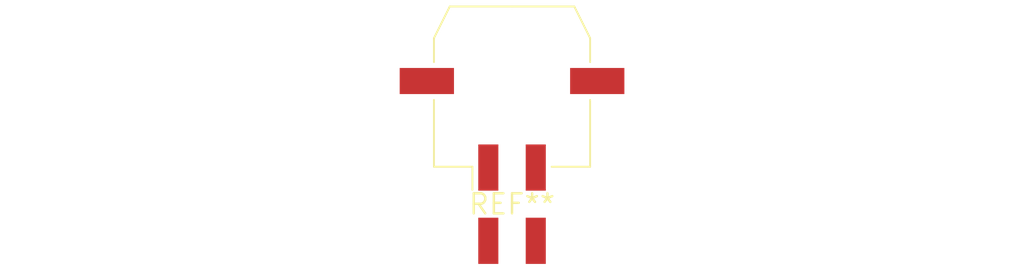
<source format=kicad_pcb>
(kicad_pcb (version 20240108) (generator pcbnew)
  (layers (0 "F.Cu" signal) (31 "B.Cu" signal) (34 "B.Paste" user) (35 "F.Paste" user) (36 "B.SilkS" user "B.Silkscreen") (37 "F.SilkS" user "F.Silkscreen") (38 "B.Mask" user) (39 "F.Mask" user) (44 "Edge.Cuts" user))
  (net 0 "")
  (footprint "Molex_Micro-Fit_3.0_43045-0410_2x02-1MP_P3.00mm_Horizontal" (layer "F.Cu") (at 0 0)
    (property "Reference" "REF**")
    (property "Value" "Molex_Micro-Fit_3.0_43045-0410_2x02-1MP_P3.00mm_Horizontal")
    (fp_line (start -4.935 -10.495) (end -4.935 -8.98) (layer "F.SilkS") (stroke (width 0.12)))
    (fp_line (start -4.935 -6.59) (end -4.935 -2.365) (layer "F.SilkS") (stroke (width 0.12)))
    (fp_line (start -4.935 -2.365) (end -2.505 -2.365) (layer "F.SilkS") (stroke (width 0.12)))
    (fp_line (start -3.935 -12.495) (end -4.935 -10.495) (layer "F.SilkS") (stroke (width 0.12)))
    (fp_line (start -2.505 -2.365) (end -2.505 -0.905) (layer "F.SilkS") (stroke (width 0.12)))
    (fp_line (start 0 -12.495) (end -3.935 -12.495) (layer "F.SilkS") (stroke (width 0.12)))
    (fp_line (start 0 -12.495) (end 3.935 -12.495) (layer "F.SilkS") (stroke (width 0.12)))
    (fp_line (start 3.935 -12.495) (end 4.935 -10.495) (layer "F.SilkS") (stroke (width 0.12)))
    (fp_line (start 4.935 -10.495) (end 4.935 -8.98) (layer "F.SilkS") (stroke (width 0.12)))
    (fp_line (start 4.935 -6.59) (end 4.935 -2.365) (layer "F.SilkS") (stroke (width 0.12)))
    (fp_line (start 4.935 -2.365) (end 2.505 -2.365) (layer "F.SilkS") (stroke (width 0.12)))
    (pad "1" smd rect (at -1.5 -2.315) (size 1.27 2.92) (layers "F.Cu" "F.Paste" "F.Mask"))
    (pad "2" smd rect (at 1.5 -2.315) (size 1.27 2.92) (layers "F.Cu" "F.Paste" "F.Mask"))
    (pad "3" smd rect (at -1.5 2.315) (size 1.27 2.92) (layers "F.Cu" "F.Paste" "F.Mask"))
    (pad "4" smd rect (at 1.5 2.315) (size 1.27 2.92) (layers "F.Cu" "F.Paste" "F.Mask"))
    (pad "MP" smd rect (at -5.385 -7.785) (size 3.43 1.65) (layers "F.Cu" "F.Paste" "F.Mask"))
    (pad "MP" smd rect (at 5.385 -7.785) (size 3.43 1.65) (layers "F.Cu" "F.Paste" "F.Mask"))
  )
)
</source>
